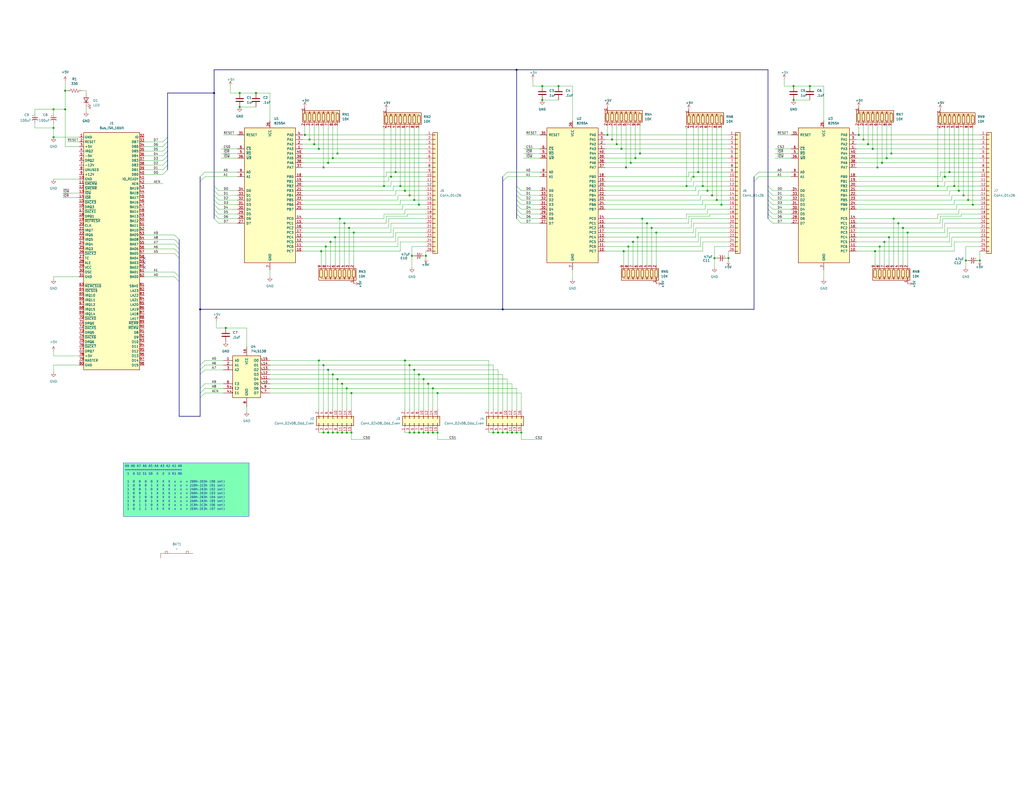
<source format=kicad_sch>
(kicad_sch (version 20231120) (generator "eeschema") (generator_version "8.0")
  (paper "C")
  (title_block (title "ISA 3x 8255 I/O Expander") (date "2024-03-03") (rev "REV0") (company "Steve Richardson"))
  (junction (at 168.91 76.2))
  (junction (at 139.7 50.8))
  (junction (at 189.23 236.22))
  (junction (at 295.91 54.61))
  (junction (at 223.52 236.22))
  (junction (at 281.94 38.1))
  (junction (at 381 93.98))
  (junction (at 350.52 119.38))
  (junction (at 355.6 124.46))
  (junction (at 490.22 121.92))
  (junction (at 520.7 101.6))
  (junction (at 383.54 101.6))
  (junction (at 223.52 106.68))
  (junction (at 274.32 168.91))
  (junction (at 228.6 204.47))
  (junction (at 228.6 236.22))
  (junction (at 284.48 236.22))
  (junction (at 468.63 73.66))
  (junction (at 189.23 212.09))
  (junction (at 179.07 201.93))
  (junction (at 29.21 74.93))
  (junction (at 433.07 46.99))
  (junction (at 181.61 204.47))
  (junction (at 193.04 127))
  (junction (at 480.06 134.62))
  (junction (at 29.21 59.69))
  (junction (at 109.22 168.91))
  (junction (at 397.51 140.97))
  (junction (at 184.15 83.82))
  (junction (at 224.79 139.7))
  (junction (at 130.81 58.42))
  (junction (at 276.86 236.22))
  (junction (at 228.6 111.76))
  (junction (at 530.86 111.76))
  (junction (at 378.46 96.52))
  (junction (at 525.78 106.68))
  (junction (at 175.26 137.16))
  (junction (at 171.45 78.74))
  (junction (at 511.81 101.6))
  (junction (at 391.16 109.22))
  (junction (at 181.61 236.22))
  (junction (at 331.47 73.66))
  (junction (at 344.17 88.9))
  (junction (at 123.19 179.07))
  (junction (at 477.52 137.16))
  (junction (at 176.53 236.22))
  (junction (at 173.99 196.85))
  (junction (at 304.8 46.99))
  (junction (at 295.91 46.99))
  (junction (at 515.62 96.52))
  (junction (at 349.25 83.82))
  (junction (at 191.77 236.22))
  (junction (at 180.34 132.08))
  (junction (at 334.01 76.2))
  (junction (at 177.8 134.62))
  (junction (at 226.06 109.22))
  (junction (at 274.32 236.22))
  (junction (at 176.53 91.44))
  (junction (at 179.07 236.22))
  (junction (at 386.08 104.14))
  (junction (at 353.06 121.92))
  (junction (at 271.78 236.22))
  (junction (at 215.9 93.98))
  (junction (at 336.55 78.74))
  (junction (at 35.56 59.69))
  (junction (at 341.63 91.44))
  (junction (at 226.06 236.22))
  (junction (at 220.98 196.85))
  (junction (at 358.14 127))
  (junction (at 393.7 111.76))
  (junction (at 209.55 101.6))
  (junction (at 492.76 124.46))
  (junction (at 483.87 86.36))
  (junction (at 220.98 104.14))
  (junction (at 223.52 199.39))
  (junction (at 485.14 129.54))
  (junction (at 226.06 201.93))
  (junction (at 534.67 142.24))
  (junction (at 35.56 49.53))
  (junction (at 184.15 207.01))
  (junction (at 388.62 106.68))
  (junction (at 389.89 140.97))
  (junction (at 527.05 142.24))
  (junction (at 29.21 69.85))
  (junction (at 190.5 124.46))
  (junction (at 433.07 54.61))
  (junction (at 186.69 236.22))
  (junction (at 130.81 50.8))
  (junction (at 185.42 119.38))
  (junction (at 213.36 96.52))
  (junction (at 486.41 83.82))
  (junction (at 236.22 212.09))
  (junction (at 233.68 236.22))
  (junction (at 347.98 129.54))
  (junction (at 184.15 236.22))
  (junction (at 187.96 121.92))
  (junction (at 236.22 236.22))
  (junction (at 487.68 119.38))
  (junction (at 528.32 109.22))
  (junction (at 233.68 209.55))
  (junction (at 232.41 139.7))
  (junction (at 279.4 236.22))
  (junction (at 166.37 73.66))
  (junction (at 218.44 101.6))
  (junction (at 481.33 88.9))
  (junction (at 441.96 46.99))
  (junction (at 186.69 209.55))
  (junction (at 495.3 127))
  (junction (at 181.61 86.36))
  (junction (at 342.9 134.62))
  (junction (at 478.79 91.44))
  (junction (at 339.09 81.28))
  (junction (at 523.24 104.14))
  (junction (at 476.25 81.28))
  (junction (at 374.65 101.6))
  (junction (at 518.16 93.98))
  (junction (at 473.71 78.74))
  (junction (at 340.36 137.16))
  (junction (at 482.6 132.08))
  (junction (at 173.99 81.28))
  (junction (at 176.53 199.39))
  (junction (at 231.14 207.01))
  (junction (at 238.76 236.22))
  (junction (at 345.44 132.08))
  (junction (at 116.84 50.8))
  (junction (at 269.24 236.22))
  (junction (at 281.94 236.22))
  (junction (at 231.14 236.22))
  (junction (at 182.88 129.54))
  (junction (at 238.76 214.63))
  (junction (at 346.71 86.36))
  (junction (at 179.07 88.9))
  (junction (at 471.17 76.2))
  (junction (at 191.77 214.63))
  (no_connect (at 78.74 140.97))
  (no_connect (at 78.74 143.51))
  (no_connect (at 78.74 146.05))
  (bus_entry (at 95.25 128.27) (size 2.54 2.54))
  (bus_entry (at 281.94 116.84) (size 2.54 2.54))
  (bus_entry (at 414.02 93.98) (size -2.54 2.54))
  (bus_entry (at 419.1 109.22) (size 2.54 2.54))
  (bus_entry (at 109.22 212.09) (size 2.54 -2.54))
  (bus_entry (at 111.76 93.98) (size -2.54 2.54))
  (bus_entry (at 276.86 96.52) (size -2.54 2.54))
  (bus_entry (at 116.84 114.3) (size 2.54 2.54))
  (bus_entry (at 419.1 101.6) (size 2.54 2.54))
  (bus_entry (at 88.9 95.25) (size 2.54 -2.54))
  (bus_entry (at 95.25 138.43) (size 2.54 2.54))
  (bus_entry (at 88.9 80.01) (size 2.54 -2.54))
  (bus_entry (at 419.1 104.14) (size 2.54 2.54))
  (bus_entry (at 95.25 130.81) (size 2.54 2.54))
  (bus_entry (at 116.84 106.68) (size 2.54 2.54))
  (bus_entry (at 281.94 104.14) (size 2.54 2.54))
  (bus_entry (at 109.22 199.39) (size 2.54 -2.54))
  (bus_entry (at 281.94 111.76) (size 2.54 2.54))
  (bus_entry (at 88.9 87.63) (size 2.54 -2.54))
  (bus_entry (at 109.22 201.93) (size 2.54 -2.54))
  (bus_entry (at 281.94 101.6) (size 2.54 2.54))
  (bus_entry (at 116.84 119.38) (size 2.54 2.54))
  (bus_entry (at 88.9 85.09) (size 2.54 -2.54))
  (bus_entry (at 116.84 111.76) (size 2.54 2.54))
  (bus_entry (at 109.22 214.63) (size 2.54 -2.54))
  (bus_entry (at 419.1 119.38) (size 2.54 2.54))
  (bus_entry (at 88.9 82.55) (size 2.54 -2.54))
  (bus_entry (at 281.94 119.38) (size 2.54 2.54))
  (bus_entry (at 414.02 96.52) (size -2.54 2.54))
  (bus_entry (at 419.1 116.84) (size 2.54 2.54))
  (bus_entry (at 111.76 96.52) (size -2.54 2.54))
  (bus_entry (at 88.9 77.47) (size 2.54 -2.54))
  (bus_entry (at 281.94 106.68) (size 2.54 2.54))
  (bus_entry (at 109.22 217.17) (size 2.54 -2.54))
  (bus_entry (at 109.22 204.47) (size 2.54 -2.54))
  (bus_entry (at 276.86 93.98) (size -2.54 2.54))
  (bus_entry (at 419.1 106.68) (size 2.54 2.54))
  (bus_entry (at 281.94 114.3) (size 2.54 2.54))
  (bus_entry (at 116.84 116.84) (size 2.54 2.54))
  (bus_entry (at 116.84 101.6) (size 2.54 2.54))
  (bus_entry (at 88.9 90.17) (size 2.54 -2.54))
  (bus_entry (at 116.84 109.22) (size 2.54 2.54))
  (bus_entry (at 95.25 151.13) (size 2.54 2.54))
  (bus_entry (at 95.25 148.59) (size 2.54 2.54))
  (bus_entry (at 88.9 92.71) (size 2.54 -2.54))
  (bus_entry (at 419.1 114.3) (size 2.54 2.54))
  (bus_entry (at 419.1 111.76) (size 2.54 2.54))
  (bus_entry (at 95.25 135.89) (size 2.54 2.54))
  (bus_entry (at 116.84 104.14) (size 2.54 2.54))
  (bus_entry (at 95.25 133.35) (size 2.54 2.54))
  (bus_entry (at 281.94 109.22) (size 2.54 2.54))
  (wire (pts (xy 176.53 199.39) (xy 147.32 199.39)))
  (wire (pts (xy 387.35 116.84) (xy 397.51 116.84)))
  (wire (pts (xy 213.36 69.85) (xy 213.36 96.52)))
  (wire (pts (xy 276.86 96.52) (xy 294.64 96.52)))
  (wire (pts (xy 274.32 204.47) (xy 228.6 204.47)))
  (wire (pts (xy 173.99 81.28) (xy 232.41 81.28)))
  (wire (pts (xy 358.14 127) (xy 358.14 144.78)))
  (wire (pts (xy 389.89 140.97) (xy 391.16 140.97)))
  (wire (pts (xy 467.36 101.6) (xy 511.81 101.6)))
  (bus (pts (xy 97.79 133.35) (xy 97.79 135.89)))
  (wire (pts (xy 353.06 121.92) (xy 375.92 121.92)))
  (wire (pts (xy 397.51 101.6) (xy 383.54 101.6)))
  (wire (pts (xy 534.67 124.46) (xy 516.89 124.46)))
  (wire (pts (xy 177.8 134.62) (xy 165.1 134.62)))
  (wire (pts (xy 524.51 118.11) (xy 524.51 116.84)))
  (bus (pts (xy 109.22 168.91) (xy 109.22 199.39)))
  (wire (pts (xy 480.06 134.62) (xy 467.36 134.62)))
  (wire (pts (xy 523.24 69.85) (xy 523.24 104.14)))
  (wire (pts (xy 226.06 236.22) (xy 228.6 236.22)))
  (wire (pts (xy 173.99 196.85) (xy 147.32 196.85)))
  (wire (pts (xy 520.7 101.6) (xy 516.89 101.6)))
  (wire (pts (xy 232.41 119.38) (xy 212.09 119.38)))
  (wire (pts (xy 209.55 69.85) (xy 209.55 101.6)))
  (wire (pts (xy 231.14 139.7) (xy 232.41 139.7)))
  (wire (pts (xy 213.36 99.06) (xy 232.41 99.06)))
  (wire (pts (xy 393.7 111.76) (xy 397.51 111.76)))
  (wire (pts (xy 467.36 109.22) (xy 519.43 109.22)))
  (wire (pts (xy 285.75 83.82) (xy 294.64 83.82)))
  (wire (pts (xy 382.27 134.62) (xy 342.9 134.62)))
  (wire (pts (xy 165.1 124.46) (xy 190.5 124.46)))
  (wire (pts (xy 388.62 106.68) (xy 397.51 106.68)))
  (bus (pts (xy 91.44 90.17) (xy 91.44 87.63)))
  (wire (pts (xy 349.25 83.82) (xy 397.51 83.82)))
  (wire (pts (xy 232.41 139.7) (xy 232.41 140.97)))
  (wire (pts (xy 518.16 69.85) (xy 518.16 93.98)))
  (wire (pts (xy 487.68 119.38) (xy 487.68 144.78)))
  (bus (pts (xy 281.94 101.6) (xy 281.94 104.14)))
  (wire (pts (xy 330.2 124.46) (xy 355.6 124.46)))
  (wire (pts (xy 518.16 104.14) (xy 523.24 104.14)))
  (wire (pts (xy 166.37 73.66) (xy 232.41 73.66)))
  (wire (pts (xy 220.98 236.22) (xy 223.52 236.22)))
  (wire (pts (xy 165.1 132.08) (xy 180.34 132.08)))
  (wire (pts (xy 330.2 101.6) (xy 374.65 101.6)))
  (wire (pts (xy 171.45 68.58) (xy 171.45 78.74)))
  (wire (pts (xy 176.53 91.44) (xy 232.41 91.44)))
  (bus (pts (xy 116.84 101.6) (xy 116.84 104.14)))
  (wire (pts (xy 353.06 121.92) (xy 353.06 144.78)))
  (wire (pts (xy 19.05 62.23) (xy 19.05 59.69)))
  (wire (pts (xy 189.23 212.09) (xy 147.32 212.09)))
  (wire (pts (xy 381 106.68) (xy 381 104.14)))
  (wire (pts (xy 191.77 240.03) (xy 201.93 240.03)))
  (wire (pts (xy 520.7 137.16) (xy 520.7 132.08)))
  (wire (pts (xy 377.19 96.52) (xy 378.46 96.52)))
  (wire (pts (xy 534.67 101.6) (xy 520.7 101.6)))
  (bus (pts (xy 97.79 138.43) (xy 97.79 140.97)))
  (bus (pts (xy 411.48 96.52) (xy 411.48 99.06)))
  (wire (pts (xy 266.7 196.85) (xy 220.98 196.85)))
  (wire (pts (xy 312.42 46.99) (xy 312.42 66.04)))
  (wire (pts (xy 232.41 101.6) (xy 218.44 101.6)))
  (wire (pts (xy 233.68 223.52) (xy 233.68 209.55)))
  (wire (pts (xy 513.08 96.52) (xy 467.36 96.52)))
  (wire (pts (xy 218.44 109.22) (xy 226.06 109.22)))
  (wire (pts (xy 46.99 49.53) (xy 46.99 50.8)))
  (wire (pts (xy 226.06 109.22) (xy 232.41 109.22)))
  (wire (pts (xy 184.15 68.58) (xy 184.15 83.82)))
  (bus (pts (xy 116.84 38.1) (xy 281.94 38.1)))
  (wire (pts (xy 347.98 129.54) (xy 347.98 144.78)))
  (wire (pts (xy 534.67 93.98) (xy 518.16 93.98)))
  (wire (pts (xy 35.56 80.01) (xy 35.56 59.69)))
  (wire (pts (xy 350.52 119.38) (xy 350.52 144.78)))
  (wire (pts (xy 341.63 91.44) (xy 397.51 91.44)))
  (wire (pts (xy 467.36 91.44) (xy 478.79 91.44)))
  (wire (pts (xy 516.89 124.46) (xy 516.89 129.54)))
  (wire (pts (xy 330.2 132.08) (xy 345.44 132.08)))
  (wire (pts (xy 340.36 137.16) (xy 340.36 144.78)))
  (bus (pts (xy 109.22 217.17) (xy 109.22 227.33)))
  (bus (pts (xy 116.84 109.22) (xy 116.84 111.76)))
  (wire (pts (xy 184.15 236.22) (xy 186.69 236.22)))
  (wire (pts (xy 533.4 142.24) (xy 534.67 142.24)))
  (wire (pts (xy 214.63 104.14) (xy 165.1 104.14)))
  (wire (pts (xy 186.69 209.55) (xy 147.32 209.55)))
  (wire (pts (xy 111.76 199.39) (xy 121.92 199.39)))
  (wire (pts (xy 222.25 118.11) (xy 222.25 116.84)))
  (wire (pts (xy 340.36 137.16) (xy 383.54 137.16)))
  (wire (pts (xy 226.06 223.52) (xy 226.06 201.93)))
  (wire (pts (xy 383.54 69.85) (xy 383.54 101.6)))
  (wire (pts (xy 220.98 104.14) (xy 232.41 104.14)))
  (bus (pts (xy 109.22 201.93) (xy 109.22 199.39)))
  (wire (pts (xy 515.62 101.6) (xy 515.62 99.06)))
  (wire (pts (xy 238.76 236.22) (xy 238.76 240.03)))
  (wire (pts (xy 386.08 69.85) (xy 386.08 104.14)))
  (wire (pts (xy 266.7 236.22) (xy 269.24 236.22)))
  (wire (pts (xy 383.54 109.22) (xy 391.16 109.22)))
  (wire (pts (xy 238.76 223.52) (xy 238.76 214.63)))
  (wire (pts (xy 223.52 223.52) (xy 223.52 199.39)))
  (wire (pts (xy 271.78 223.52) (xy 271.78 201.93)))
  (wire (pts (xy 88.9 95.25) (xy 78.74 95.25)))
  (wire (pts (xy 467.36 119.38) (xy 487.68 119.38)))
  (wire (pts (xy 35.56 44.45) (xy 35.56 49.53)))
  (wire (pts (xy 397.51 93.98) (xy 381 93.98)))
  (wire (pts (xy 421.64 104.14) (xy 431.8 104.14)))
  (wire (pts (xy 213.36 127) (xy 213.36 121.92)))
  (wire (pts (xy 375.92 93.98) (xy 375.92 96.52)))
  (wire (pts (xy 181.61 236.22) (xy 184.15 236.22)))
  (wire (pts (xy 130.81 58.42) (xy 139.7 58.42)))
  (bus (pts (xy 91.44 80.01) (xy 91.44 77.47)))
  (wire (pts (xy 181.61 86.36) (xy 232.41 86.36)))
  (wire (pts (xy 179.07 223.52) (xy 179.07 201.93)))
  (wire (pts (xy 34.29 105.41) (xy 43.18 105.41)))
  (wire (pts (xy 520.7 109.22) (xy 528.32 109.22)))
  (wire (pts (xy 29.21 67.31) (xy 29.21 69.85)))
  (bus (pts (xy 281.94 111.76) (xy 281.94 114.3)))
  (wire (pts (xy 467.36 124.46) (xy 492.76 124.46)))
  (wire (pts (xy 284.48 121.92) (xy 294.64 121.92)))
  (wire (pts (xy 210.82 69.85) (xy 209.55 69.85)))
  (wire (pts (xy 165.1 127) (xy 193.04 127)))
  (wire (pts (xy 118.11 179.07) (xy 123.19 179.07)))
  (wire (pts (xy 284.48 114.3) (xy 294.64 114.3)))
  (bus (pts (xy 109.22 204.47) (xy 109.22 201.93)))
  (wire (pts (xy 312.42 147.32) (xy 312.42 152.4)))
  (wire (pts (xy 232.41 114.3) (xy 220.98 114.3)))
  (wire (pts (xy 215.9 106.68) (xy 215.9 104.14)))
  (wire (pts (xy 379.73 101.6) (xy 379.73 104.14)))
  (wire (pts (xy 284.48 106.68) (xy 294.64 106.68)))
  (wire (pts (xy 482.6 132.08) (xy 518.16 132.08)))
  (wire (pts (xy 222.25 116.84) (xy 232.41 116.84)))
  (wire (pts (xy 422.91 81.28) (xy 431.8 81.28)))
  (wire (pts (xy 414.02 96.52) (xy 431.8 96.52)))
  (bus (pts (xy 274.32 168.91) (xy 109.22 168.91)))
  (wire (pts (xy 279.4 209.55) (xy 233.68 209.55)))
  (wire (pts (xy 181.61 223.52) (xy 181.61 204.47)))
  (wire (pts (xy 387.35 118.11) (xy 387.35 116.84)))
  (wire (pts (xy 467.36 114.3) (xy 521.97 114.3)))
  (bus (pts (xy 419.1 111.76) (xy 419.1 114.3)))
  (wire (pts (xy 331.47 73.66) (xy 397.51 73.66)))
  (wire (pts (xy 467.36 86.36) (xy 483.87 86.36)))
  (wire (pts (xy 78.74 128.27) (xy 95.25 128.27)))
  (wire (pts (xy 147.32 147.32) (xy 147.32 151.13)))
  (bus (pts (xy 281.94 106.68) (xy 281.94 109.22)))
  (wire (pts (xy 111.76 196.85) (xy 121.92 196.85)))
  (wire (pts (xy 171.45 78.74) (xy 232.41 78.74)))
  (wire (pts (xy 166.37 68.58) (xy 166.37 73.66)))
  (wire (pts (xy 349.25 68.58) (xy 349.25 83.82)))
  (wire (pts (xy 467.36 88.9) (xy 481.33 88.9)))
  (wire (pts (xy 433.07 54.61) (xy 441.96 54.61)))
  (bus (pts (xy 419.1 114.3) (xy 419.1 116.84)))
  (wire (pts (xy 130.81 50.8) (xy 139.7 50.8)))
  (wire (pts (xy 165.1 106.68) (xy 215.9 106.68)))
  (wire (pts (xy 119.38 109.22) (xy 129.54 109.22)))
  (wire (pts (xy 78.74 151.13) (xy 95.25 151.13)))
  (wire (pts (xy 525.78 106.68) (xy 534.67 106.68)))
  (wire (pts (xy 467.36 132.08) (xy 482.6 132.08)))
  (wire (pts (xy 191.77 214.63) (xy 147.32 214.63)))
  (wire (pts (xy 344.17 88.9) (xy 397.51 88.9)))
  (wire (pts (xy 88.9 90.17) (xy 78.74 90.17)))
  (wire (pts (xy 193.04 127) (xy 213.36 127)))
  (wire (pts (xy 218.44 101.6) (xy 214.63 101.6)))
  (wire (pts (xy 527.05 134.62) (xy 527.05 142.24)))
  (wire (pts (xy 386.08 116.84) (xy 374.65 116.84)))
  (wire (pts (xy 165.1 111.76) (xy 218.44 111.76)))
  (wire (pts (xy 290.83 46.99) (xy 295.91 46.99)))
  (wire (pts (xy 232.41 124.46) (xy 214.63 124.46)))
  (wire (pts (xy 520.7 69.85) (xy 520.7 101.6)))
  (wire (pts (xy 88.9 85.09) (xy 78.74 85.09)))
  (wire (pts (xy 46.99 58.42) (xy 46.99 60.96)))
  (wire (pts (xy 212.09 96.52) (xy 213.36 96.52)))
  (wire (pts (xy 515.62 69.85) (xy 515.62 96.52)))
  (wire (pts (xy 220.98 69.85) (xy 220.98 104.14)))
  (wire (pts (xy 284.48 214.63) (xy 238.76 214.63)))
  (wire (pts (xy 513.08 121.92) (xy 513.08 118.11)))
  (wire (pts (xy 397.51 129.54) (xy 382.27 129.54)))
  (wire (pts (xy 119.38 119.38) (xy 129.54 119.38)))
  (wire (pts (xy 421.64 114.3) (xy 431.8 114.3)))
  (wire (pts (xy 381 127) (xy 397.51 127)))
  (wire (pts (xy 384.81 111.76) (xy 393.7 111.76)))
  (wire (pts (xy 190.5 124.46) (xy 212.09 124.46)))
  (wire (pts (xy 184.15 207.01) (xy 147.32 207.01)))
  (wire (pts (xy 168.91 68.58) (xy 168.91 76.2)))
  (bus (pts (xy 116.84 104.14) (xy 116.84 106.68)))
  (wire (pts (xy 386.08 114.3) (xy 386.08 116.84)))
  (wire (pts (xy 467.36 81.28) (xy 476.25 81.28)))
  (wire (pts (xy 514.35 99.06) (xy 514.35 96.52)))
  (bus (pts (xy 97.79 153.67) (xy 97.79 227.33)))
  (wire (pts (xy 481.33 88.9) (xy 534.67 88.9)))
  (wire (pts (xy 43.18 80.01) (xy 35.56 80.01)))
  (wire (pts (xy 224.79 139.7) (xy 226.06 139.7)))
  (wire (pts (xy 515.62 127) (xy 515.62 121.92)))
  (wire (pts (xy 173.99 223.52) (xy 173.99 196.85)))
  (wire (pts (xy 467.36 137.16) (xy 477.52 137.16)))
  (wire (pts (xy 382.27 129.54) (xy 382.27 134.62)))
  (wire (pts (xy 88.9 77.47) (xy 78.74 77.47)))
  (wire (pts (xy 165.1 88.9) (xy 179.07 88.9)))
  (wire (pts (xy 330.2 86.36) (xy 346.71 86.36)))
  (wire (pts (xy 521.97 111.76) (xy 530.86 111.76)))
  (wire (pts (xy 29.21 151.13) (xy 29.21 152.4)))
  (wire (pts (xy 218.44 132.08) (xy 232.41 132.08)))
  (wire (pts (xy 518.16 93.98) (xy 513.08 93.98)))
  (wire (pts (xy 377.19 99.06) (xy 377.19 96.52)))
  (wire (pts (xy 379.73 124.46) (xy 379.73 129.54)))
  (bus (pts (xy 274.32 99.06) (xy 274.32 168.91)))
  (wire (pts (xy 519.43 106.68) (xy 525.78 106.68)))
  (wire (pts (xy 29.21 69.85) (xy 29.21 74.93)))
  (wire (pts (xy 125.73 46.99) (xy 125.73 50.8)))
  (wire (pts (xy 165.1 119.38) (xy 185.42 119.38)))
  (bus (pts (xy 116.84 116.84) (xy 116.84 119.38)))
  (wire (pts (xy 269.24 236.22) (xy 271.78 236.22)))
  (bus (pts (xy 281.94 114.3) (xy 281.94 116.84)))
  (wire (pts (xy 384.81 114.3) (xy 384.81 111.76)))
  (bus (pts (xy 91.44 74.93) (xy 91.44 50.8)))
  (bus (pts (xy 116.84 38.1) (xy 116.84 50.8)))
  (wire (pts (xy 224.79 139.7) (xy 224.79 146.05)))
  (wire (pts (xy 473.71 68.58) (xy 473.71 78.74)))
  (wire (pts (xy 266.7 223.52) (xy 266.7 196.85)))
  (wire (pts (xy 527.05 142.24) (xy 528.32 142.24)))
  (bus (pts (xy 97.79 135.89) (xy 97.79 138.43)))
  (wire (pts (xy 43.18 151.13) (xy 29.21 151.13)))
  (wire (pts (xy 433.07 46.99) (xy 441.96 46.99)))
  (bus (pts (xy 97.79 227.33) (xy 109.22 227.33)))
  (wire (pts (xy 279.4 236.22) (xy 281.94 236.22)))
  (wire (pts (xy 520.7 111.76) (xy 520.7 109.22)))
  (wire (pts (xy 339.09 81.28) (xy 397.51 81.28)))
  (wire (pts (xy 530.86 111.76) (xy 534.67 111.76)))
  (wire (pts (xy 381 69.85) (xy 381 93.98)))
  (wire (pts (xy 530.86 69.85) (xy 530.86 111.76)))
  (wire (pts (xy 44.45 49.53) (xy 46.99 49.53)))
  (wire (pts (xy 43.18 194.31) (xy 29.21 194.31)))
  (wire (pts (xy 519.43 129.54) (xy 519.43 134.62)))
  (wire (pts (xy 330.2 127) (xy 358.14 127)))
  (wire (pts (xy 177.8 134.62) (xy 177.8 144.78)))
  (wire (pts (xy 336.55 68.58) (xy 336.55 78.74)))
  (wire (pts (xy 191.77 236.22) (xy 191.77 240.03)))
  (bus (pts (xy 91.44 77.47) (xy 91.44 74.93)))
  (wire (pts (xy 342.9 134.62) (xy 330.2 134.62)))
  (wire (pts (xy 330.2 83.82) (xy 349.25 83.82)))
  (wire (pts (xy 120.65 86.36) (xy 129.54 86.36)))
  (wire (pts (xy 281.94 212.09) (xy 236.22 212.09)))
  (wire (pts (xy 88.9 92.71) (xy 78.74 92.71)))
  (wire (pts (xy 276.86 236.22) (xy 279.4 236.22)))
  (wire (pts (xy 378.46 101.6) (xy 378.46 99.06)))
  (wire (pts (xy 449.58 147.32) (xy 449.58 152.4)))
  (wire (pts (xy 182.88 129.54) (xy 182.88 144.78)))
  (bus (pts (xy 109.22 99.06) (xy 109.22 168.91)))
  (bus (pts (xy 109.22 217.17) (xy 109.22 214.63)))
  (wire (pts (xy 383.54 132.08) (xy 397.51 132.08)))
  (bus (pts (xy 281.94 104.14) (xy 281.94 106.68)))
  (wire (pts (xy 330.2 121.92) (xy 353.06 121.92)))
  (wire (pts (xy 520.7 132.08) (xy 534.67 132.08)))
  (wire (pts (xy 511.81 69.85) (xy 511.81 101.6)))
  (wire (pts (xy 220.98 114.3) (xy 220.98 116.84)))
  (bus (pts (xy 274.32 168.91) (xy 411.48 168.91)))
  (wire (pts (xy 285.75 81.28) (xy 294.64 81.28)))
  (wire (pts (xy 217.17 109.22) (xy 217.17 106.68)))
  (wire (pts (xy 165.1 81.28) (xy 173.99 81.28)))
  (wire (pts (xy 35.56 49.53) (xy 36.83 49.53)))
  (wire (pts (xy 125.73 50.8) (xy 130.81 50.8)))
  (wire (pts (xy 213.36 96.52) (xy 232.41 96.52)))
  (wire (pts (xy 281.94 236.22) (xy 284.48 236.22)))
  (wire (pts (xy 523.24 104.14) (xy 534.67 104.14)))
  (wire (pts (xy 397.51 140.97) (xy 397.51 142.24)))
  (wire (pts (xy 218.44 137.16) (xy 218.44 132.08)))
  (wire (pts (xy 485.14 129.54) (xy 467.36 129.54)))
  (bus (pts (xy 97.79 140.97) (xy 97.79 151.13)))
  (wire (pts (xy 78.74 100.33) (xy 88.9 100.33)))
  (wire (pts (xy 374.65 69.85) (xy 374.65 101.6)))
  (wire (pts (xy 43.18 199.39) (xy 29.21 199.39)))
  (wire (pts (xy 215.9 93.98) (xy 210.82 93.98)))
  (wire (pts (xy 391.16 69.85) (xy 391.16 109.22)))
  (wire (pts (xy 481.33 68.58) (xy 481.33 88.9)))
  (wire (pts (xy 467.36 76.2) (xy 471.17 76.2)))
  (wire (pts (xy 226.06 69.85) (xy 226.06 109.22)))
  (wire (pts (xy 134.62 179.07) (xy 123.19 179.07)))
  (wire (pts (xy 393.7 69.85) (xy 393.7 111.76)))
  (wire (pts (xy 355.6 124.46) (xy 355.6 144.78)))
  (bus (pts (xy 281.94 38.1) (xy 419.1 38.1)))
  (wire (pts (xy 78.74 138.43) (xy 95.25 138.43)))
  (wire (pts (xy 219.71 111.76) (xy 228.6 111.76)))
  (wire (pts (xy 185.42 119.38) (xy 209.55 119.38)))
  (wire (pts (xy 217.17 134.62) (xy 177.8 134.62)))
  (wire (pts (xy 165.1 121.92) (xy 187.96 121.92)))
  (wire (pts (xy 336.55 78.74) (xy 397.51 78.74)))
  (wire (pts (xy 330.2 76.2) (xy 334.01 76.2)))
  (wire (pts (xy 165.1 86.36) (xy 181.61 86.36)))
  (wire (pts (xy 78.74 133.35) (xy 95.25 133.35)))
  (wire (pts (xy 29.21 74.93) (xy 43.18 74.93)))
  (wire (pts (xy 284.48 104.14) (xy 294.64 104.14)))
  (wire (pts (xy 179.07 236.22) (xy 181.61 236.22)))
  (wire (pts (xy 285.75 86.36) (xy 294.64 86.36)))
  (wire (pts (xy 185.42 119.38) (xy 185.42 144.78)))
  (wire (pts (xy 35.56 49.53) (xy 35.56 59.69)))
  (wire (pts (xy 214.63 129.54) (xy 182.88 129.54)))
  (wire (pts (xy 377.19 119.38) (xy 377.19 124.46)))
  (wire (pts (xy 180.34 132.08) (xy 180.34 144.78)))
  (wire (pts (xy 215.9 127) (xy 232.41 127)))
  (wire (pts (xy 232.41 137.16) (xy 232.41 139.7)))
  (wire (pts (xy 330.2 114.3) (xy 384.81 114.3)))
  (wire (pts (xy 330.2 88.9) (xy 344.17 88.9)))
  (bus (pts (xy 116.84 111.76) (xy 116.84 114.3)))
  (wire (pts (xy 215.9 132.08) (xy 215.9 127)))
  (wire (pts (xy 486.41 83.82) (xy 534.67 83.82)))
  (bus (pts (xy 91.44 82.55) (xy 91.44 80.01)))
  (wire (pts (xy 233.68 209.55) (xy 186.69 209.55)))
  (wire (pts (xy 228.6 236.22) (xy 231.14 236.22)))
  (wire (pts (xy 228.6 204.47) (xy 181.61 204.47)))
  (wire (pts (xy 396.24 140.97) (xy 397.51 140.97)))
  (wire (pts (xy 355.6 124.46) (xy 377.19 124.46)))
  (wire (pts (xy 341.63 68.58) (xy 341.63 91.44)))
  (wire (pts (xy 186.69 223.52) (xy 186.69 209.55)))
  (wire (pts (xy 388.62 69.85) (xy 388.62 106.68)))
  (wire (pts (xy 374.65 116.84) (xy 374.65 119.38)))
  (wire (pts (xy 186.69 236.22) (xy 189.23 236.22)))
  (wire (pts (xy 274.32 223.52) (xy 274.32 204.47)))
  (wire (pts (xy 516.89 101.6) (xy 516.89 104.14)))
  (wire (pts (xy 111.76 96.52) (xy 129.54 96.52)))
  (wire (pts (xy 220.98 116.84) (xy 209.55 116.84)))
  (wire (pts (xy 486.41 68.58) (xy 486.41 83.82)))
  (wire (pts (xy 184.15 83.82) (xy 232.41 83.82)))
  (bus (pts (xy 281.94 116.84) (xy 281.94 119.38)))
  (wire (pts (xy 176.53 223.52) (xy 176.53 199.39)))
  (wire (pts (xy 231.14 223.52) (xy 231.14 207.01)))
  (wire (pts (xy 284.48 236.22) (xy 284.48 240.03)))
  (wire (pts (xy 223.52 106.68) (xy 232.41 106.68)))
  (wire (pts (xy 210.82 121.92) (xy 210.82 118.11)))
  (wire (pts (xy 482.6 132.08) (xy 482.6 144.78)))
  (wire (pts (xy 220.98 223.52) (xy 220.98 196.85)))
  (wire (pts (xy 513.08 118.11) (xy 524.51 118.11)))
  (wire (pts (xy 184.15 223.52) (xy 184.15 207.01)))
  (wire (pts (xy 111.76 209.55) (xy 121.92 209.55)))
  (wire (pts (xy 521.97 114.3) (xy 521.97 111.76)))
  (wire (pts (xy 228.6 223.52) (xy 228.6 204.47)))
  (wire (pts (xy 382.27 109.22) (xy 382.27 106.68)))
  (wire (pts (xy 513.08 93.98) (xy 513.08 96.52)))
  (wire (pts (xy 422.91 83.82) (xy 431.8 83.82)))
  (wire (pts (xy 523.24 114.3) (xy 523.24 116.84)))
  (wire (pts (xy 29.21 194.31) (xy 29.21 191.77)))
  (wire (pts (xy 478.79 68.58) (xy 478.79 91.44)))
  (wire (pts (xy 511.81 101.6) (xy 515.62 101.6)))
  (wire (pts (xy 422.91 86.36) (xy 431.8 86.36)))
  (wire (pts (xy 284.48 116.84) (xy 294.64 116.84)))
  (wire (pts (xy 427.99 43.18) (xy 427.99 46.99)))
  (wire (pts (xy 213.36 101.6) (xy 213.36 99.06)))
  (wire (pts (xy 295.91 54.61) (xy 304.8 54.61)))
  (wire (pts (xy 518.16 132.08) (xy 518.16 127)))
  (bus (pts (xy 419.1 116.84) (xy 419.1 119.38)))
  (wire (pts (xy 330.2 99.06) (xy 377.19 99.06)))
  (wire (pts (xy 210.82 93.98) (xy 210.82 96.52)))
  (wire (pts (xy 209.55 101.6) (xy 213.36 101.6)))
  (wire (pts (xy 424.18 73.66) (xy 431.8 73.66)))
  (wire (pts (xy 468.63 73.66) (xy 534.67 73.66)))
  (wire (pts (xy 232.41 134.62) (xy 224.79 134.62)))
  (wire (pts (xy 467.36 127) (xy 495.3 127)))
  (wire (pts (xy 191.77 223.52) (xy 191.77 214.63)))
  (wire (pts (xy 284.48 109.22) (xy 294.64 109.22)))
  (bus (pts (xy 116.84 106.68) (xy 116.84 109.22)))
  (wire (pts (xy 284.48 119.38) (xy 294.64 119.38)))
  (wire (pts (xy 29.21 59.69) (xy 35.56 59.69)))
  (wire (pts (xy 525.78 69.85) (xy 525.78 106.68)))
  (wire (pts (xy 347.98 129.54) (xy 330.2 129.54)))
  (wire (pts (xy 330.2 137.16) (xy 340.36 137.16)))
  (wire (pts (xy 397.51 114.3) (xy 386.08 114.3)))
  (wire (pts (xy 231.14 236.22) (xy 233.68 236.22)))
  (wire (pts (xy 231.14 207.01) (xy 184.15 207.01)))
  (wire (pts (xy 330.2 119.38) (xy 350.52 119.38)))
  (wire (pts (xy 467.36 121.92) (xy 490.22 121.92)))
  (wire (pts (xy 165.1 101.6) (xy 209.55 101.6)))
  (wire (pts (xy 516.89 129.54) (xy 485.14 129.54)))
  (wire (pts (xy 330.2 109.22) (xy 382.27 109.22)))
  (wire (pts (xy 165.1 91.44) (xy 176.53 91.44)))
  (wire (pts (xy 269.24 223.52) (xy 269.24 199.39)))
  (wire (pts (xy 120.65 83.82) (xy 129.54 83.82)))
  (wire (pts (xy 330.2 81.28) (xy 339.09 81.28)))
  (wire (pts (xy 514.35 96.52) (xy 515.62 96.52)))
  (wire (pts (xy 519.43 134.62) (xy 480.06 134.62)))
  (wire (pts (xy 215.9 69.85) (xy 215.9 93.98)))
  (wire (pts (xy 346.71 68.58) (xy 346.71 86.36)))
  (bus (pts (xy 97.79 151.13) (xy 97.79 153.67)))
  (wire (pts (xy 331.47 68.58) (xy 331.47 73.66)))
  (wire (pts (xy 284.48 111.76) (xy 294.64 111.76)))
  (wire (pts (xy 495.3 127) (xy 495.3 144.78)))
  (wire (pts (xy 214.63 124.46) (xy 214.63 129.54)))
  (wire (pts (xy 215.9 104.14) (xy 220.98 104.14)))
  (wire (pts (xy 389.89 140.97) (xy 389.89 146.05)))
  (wire (pts (xy 210.82 96.52) (xy 165.1 96.52)))
  (wire (pts (xy 342.9 134.62) (xy 342.9 144.78)))
  (wire (pts (xy 187.96 121.92) (xy 210.82 121.92)))
  (wire (pts (xy 334.01 68.58) (xy 334.01 76.2)))
  (wire (pts (xy 374.65 101.6) (xy 378.46 101.6)))
  (wire (pts (xy 471.17 76.2) (xy 534.67 76.2)))
  (wire (pts (xy 524.51 116.84) (xy 534.67 116.84)))
  (wire (pts (xy 228.6 69.85) (xy 228.6 111.76)))
  (wire (pts (xy 381 93.98) (xy 375.92 93.98)))
  (wire (pts (xy 383.54 101.6) (xy 379.73 101.6)))
  (wire (pts (xy 449.58 46.99) (xy 449.58 66.04)))
  (wire (pts (xy 473.71 78.74) (xy 534.67 78.74)))
  (wire (pts (xy 168.91 76.2) (xy 232.41 76.2)))
  (wire (pts (xy 119.38 111.76) (xy 129.54 111.76)))
  (wire (pts (xy 187.96 121.92) (xy 187.96 144.78)))
  (wire (pts (xy 330.2 78.74) (xy 336.55 78.74)))
  (wire (pts (xy 515.62 99.06) (xy 534.67 99.06)))
  (wire (pts (xy 345.44 132.08) (xy 345.44 144.78)))
  (wire (pts (xy 233.68 236.22) (xy 236.22 236.22)))
  (wire (pts (xy 534.67 134.62) (xy 527.05 134.62)))
  (wire (pts (xy 179.07 68.58) (xy 179.07 88.9)))
  (wire (pts (xy 111.76 93.98) (xy 129.54 93.98)))
  (wire (pts (xy 358.14 127) (xy 378.46 127)))
  (wire (pts (xy 189.23 212.09) (xy 189.23 223.52)))
  (wire (pts (xy 223.52 69.85) (xy 223.52 106.68)))
  (wire (pts (xy 193.04 127) (xy 193.04 144.78)))
  (wire (pts (xy 214.63 101.6) (xy 214.63 104.14)))
  (wire (pts (xy 276.86 207.01) (xy 231.14 207.01)))
  (wire (pts (xy 467.36 73.66) (xy 468.63 73.66)))
  (wire (pts (xy 212.09 119.38) (xy 212.09 124.46)))
  (wire (pts (xy 134.62 222.25) (xy 134.62 224.79)))
  (wire (pts (xy 528.32 69.85) (xy 528.32 109.22)))
  (wire (pts (xy 534.67 137.16) (xy 534.67 142.24)))
  (wire (pts (xy 518.16 106.68) (xy 518.16 104.14)))
  (wire (pts (xy 386.08 104.14) (xy 397.51 104.14)))
  (wire (pts (xy 88.9 82.55) (xy 78.74 82.55)))
  (wire (pts (xy 492.76 124.46) (xy 514.35 124.46)))
  (wire (pts (xy 228.6 111.76) (xy 232.41 111.76)))
  (wire (pts (xy 271.78 236.22) (xy 274.32 236.22)))
  (wire (pts (xy 477.52 137.16) (xy 477.52 144.78)))
  (wire (pts (xy 217.17 129.54) (xy 217.17 134.62)))
  (wire (pts (xy 381 104.14) (xy 386.08 104.14)))
  (wire (pts (xy 226.06 201.93) (xy 179.07 201.93)))
  (wire (pts (xy 490.22 121.92) (xy 513.08 121.92)))
  (wire (pts (xy 276.86 223.52) (xy 276.86 207.01)))
  (wire (pts (xy 534.67 114.3) (xy 523.24 114.3)))
  (wire (pts (xy 223.52 236.22) (xy 226.06 236.22)))
  (wire (pts (xy 523.24 116.84) (xy 511.81 116.84)))
  (wire (pts (xy 515.62 121.92) (xy 534.67 121.92)))
  (bus (pts (xy 411.48 168.91) (xy 411.48 99.06)))
  (wire (pts (xy 78.74 130.81) (xy 95.25 130.81)))
  (wire (pts (xy 223.52 199.39) (xy 176.53 199.39)))
  (wire (pts (xy 212.09 99.06) (xy 212.09 96.52)))
  (bus (pts (xy 419.1 101.6) (xy 419.1 104.14)))
  (wire (pts (xy 421.64 109.22) (xy 431.8 109.22)))
  (wire (pts (xy 236.22 236.22) (xy 238.76 236.22)))
  (wire (pts (xy 375.92 96.52) (xy 330.2 96.52)))
  (wire (pts (xy 467.36 106.68) (xy 518.16 106.68)))
  (bus (pts (xy 91.44 87.63) (xy 91.44 85.09)))
  (wire (pts (xy 19.05 69.85) (xy 29.21 69.85)))
  (wire (pts (xy 378.46 96.52) (xy 397.51 96.52)))
  (wire (pts (xy 119.38 121.92) (xy 129.54 121.92)))
  (wire (pts (xy 378.46 121.92) (xy 397.51 121.92)))
  (wire (pts (xy 391.16 109.22) (xy 397.51 109.22)))
  (wire (pts (xy 218.44 69.85) (xy 218.44 101.6)))
  (wire (pts (xy 119.38 106.68) (xy 129.54 106.68)))
  (wire (pts (xy 189.23 236.22) (xy 191.77 236.22)))
  (wire (pts (xy 78.74 148.59) (xy 95.25 148.59)))
  (bus (pts (xy 91.44 92.71) (xy 91.44 90.17)))
  (wire (pts (xy 381 132.08) (xy 381 127)))
  (wire (pts (xy 379.73 129.54) (xy 347.98 129.54)))
  (wire (pts (xy 389.89 134.62) (xy 389.89 140.97)))
  (wire (pts (xy 175.26 137.16) (xy 218.44 137.16)))
  (wire (pts (xy 111.76 214.63) (xy 121.92 214.63)))
  (wire (pts (xy 88.9 87.63) (xy 78.74 87.63)))
  (wire (pts (xy 181.61 68.58) (xy 181.61 86.36)))
  (wire (pts (xy 375.92 69.85) (xy 374.65 69.85)))
  (wire (pts (xy 421.64 119.38) (xy 431.8 119.38)))
  (wire (pts (xy 480.06 134.62) (xy 480.06 144.78)))
  (wire (pts (xy 468.63 68.58) (xy 468.63 73.66)))
  (wire (pts (xy 382.27 106.68) (xy 388.62 106.68)))
  (wire (pts (xy 271.78 201.93) (xy 226.06 201.93)))
  (wire (pts (xy 397.51 124.46) (xy 379.73 124.46)))
  (wire (pts (xy 414.02 93.98) (xy 431.8 93.98)))
  (wire (pts (xy 210.82 118.11) (xy 222.25 118.11)))
  (wire (pts (xy 238.76 240.03) (xy 248.92 240.03)))
  (wire (pts (xy 483.87 86.36) (xy 534.67 86.36)))
  (wire (pts (xy 516.89 104.14) (xy 467.36 104.14)))
  (wire (pts (xy 514.35 119.38) (xy 514.35 124.46)))
  (bus (pts (xy 116.84 50.8) (xy 116.84 101.6)))
  (wire (pts (xy 397.51 119.38) (xy 377.19 119.38)))
  (wire (pts (xy 476.25 81.28) (xy 534.67 81.28)))
  (bus (pts (xy 281.94 38.1) (xy 281.94 101.6)))
  (wire (pts (xy 284.48 240.03) (xy 295.91 240.03)))
  (wire (pts (xy 173.99 236.22) (xy 176.53 236.22)))
  (wire (pts (xy 421.64 111.76) (xy 431.8 111.76)))
  (wire (pts (xy 274.32 236.22) (xy 276.86 236.22)))
  (bus (pts (xy 97.79 130.81) (xy 97.79 133.35)))
  (wire (pts (xy 304.8 46.99) (xy 312.42 46.99)))
  (wire (pts (xy 330.2 106.68) (xy 381 106.68)))
  (wire (pts (xy 421.64 121.92) (xy 431.8 121.92)))
  (wire (pts (xy 534.67 119.38) (xy 514.35 119.38)))
  (wire (pts (xy 485.14 129.54) (xy 485.14 144.78)))
  (bus (pts (xy 109.22 212.09) (xy 109.22 204.47)))
  (wire (pts (xy 213.36 121.92) (xy 232.41 121.92)))
  (wire (pts (xy 147.32 50.8) (xy 147.32 66.04)))
  (wire (pts (xy 19.05 59.69) (xy 29.21 59.69)))
  (wire (pts (xy 397.51 137.16) (xy 397.51 140.97)))
  (wire (pts (xy 378.46 69.85) (xy 378.46 96.52)))
  (wire (pts (xy 421.64 116.84) (xy 431.8 116.84)))
  (bus (pts (xy 116.84 114.3) (xy 116.84 116.84)))
  (wire (pts (xy 344.17 68.58) (xy 344.17 88.9)))
  (wire (pts (xy 330.2 111.76) (xy 383.54 111.76)))
  (wire (pts (xy 165.1 99.06) (xy 212.09 99.06)))
  (wire (pts (xy 339.09 68.58) (xy 339.09 81.28)))
  (wire (pts (xy 534.67 129.54) (xy 519.43 129.54)))
  (wire (pts (xy 290.83 43.18) (xy 290.83 46.99)))
  (wire (pts (xy 179.07 88.9) (xy 232.41 88.9)))
  (wire (pts (xy 218.44 111.76) (xy 218.44 109.22)))
  (bus (pts (xy 109.22 214.63) (xy 109.22 212.09)))
  (bus (pts (xy 91.44 85.09) (xy 91.44 82.55)))
  (wire (pts (xy 476.25 68.58) (xy 476.25 81.28)))
  (bus (pts (xy 419.1 104.14) (xy 419.1 106.68)))
  (wire (pts (xy 165.1 114.3) (xy 219.71 114.3)))
  (wire (pts (xy 519.43 109.22) (xy 519.43 106.68)))
  (wire (pts (xy 528.32 109.22) (xy 534.67 109.22)))
  (bus (pts (xy 419.1 38.1) (xy 419.1 101.6)))
  (wire (pts (xy 345.44 132.08) (xy 381 132.08)))
  (wire (pts (xy 397.51 134.62) (xy 389.89 134.62)))
  (wire (pts (xy 467.36 83.82) (xy 486.41 83.82)))
  (wire (pts (xy 29.21 97.79) (xy 43.18 97.79)))
  (wire (pts (xy 483.87 68.58) (xy 483.87 86.36)))
  (wire (pts (xy 232.41 93.98) (xy 215.9 93.98)))
  (wire (pts (xy 165.1 76.2) (xy 168.91 76.2)))
  (wire (pts (xy 511.81 116.84) (xy 511.81 119.38)))
  (wire (pts (xy 173.99 68.58) (xy 173.99 81.28)))
  (wire (pts (xy 29.21 199.39) (xy 29.21 203.2)))
  (wire (pts (xy 467.36 78.74) (xy 473.71 78.74)))
  (wire (pts (xy 190.5 124.46) (xy 190.5 144.78)))
  (wire (pts (xy 478.79 91.44) (xy 534.67 91.44)))
  (wire (pts (xy 236.22 212.09) (xy 189.23 212.09)))
  (wire (pts (xy 279.4 223.52) (xy 279.4 209.55)))
  (wire (pts (xy 276.86 93.98) (xy 294.64 93.98)))
  (wire (pts (xy 467.36 99.06) (xy 514.35 99.06)))
  (wire (pts (xy 378.46 99.06) (xy 397.51 99.06)))
  (wire (pts (xy 165.1 83.82) (xy 184.15 83.82)))
  (wire (pts (xy 119.38 114.3) (xy 129.54 114.3)))
  (wire (pts (xy 119.38 104.14) (xy 129.54 104.14)))
  (wire (pts (xy 515.62 96.52) (xy 534.67 96.52)))
  (wire (pts (xy 379.73 104.14) (xy 330.2 104.14)))
  (wire (pts (xy 513.08 69.85) (xy 511.81 69.85)))
  (wire (pts (xy 118.11 175.26) (xy 118.11 179.07)))
  (wire (pts (xy 441.96 46.99) (xy 449.58 46.99)))
  (wire (pts (xy 495.3 127) (xy 515.62 127)))
  (wire (pts (xy 477.52 137.16) (xy 520.7 137.16)))
  (wire (pts (xy 176.53 68.58) (xy 176.53 91.44)))
  (wire (pts (xy 518.16 127) (xy 534.67 127)))
  (wire (pts (xy 209.55 116.84) (xy 209.55 119.38)))
  (wire (pts (xy 421.64 106.68) (xy 431.8 106.68)))
  (wire (pts (xy 34.29 107.95) (xy 43.18 107.95)))
  (wire (pts (xy 181.61 204.47) (xy 147.32 204.47)))
  (wire (pts (xy 176.53 236.22) (xy 179.07 236.22)))
  (wire (pts (xy 467.36 111.76) (xy 520.7 111.76)))
  (wire (pts (xy 490.22 121.92) (xy 490.22 144.78)))
  (wire (pts (xy 36.83 77.47) (xy 43.18 77.47)))
  (bus (pts (xy 281.94 109.22) (xy 281.94 111.76)))
  (wire (pts (xy 427.99 46.99) (xy 433.07 46.99)))
  (bus (pts (xy 419.1 109.22) (xy 419.1 111.76)))
  (bus (pts (xy 274.32 96.52) (xy 274.32 99.06)))
  (bus (pts (xy 109.22 96.52) (xy 109.22 99.06)))
  (wire (pts (xy 220.98 196.85) (xy 173.99 196.85)))
  (wire (pts (xy 383.54 137.16) (xy 383.54 132.08)))
  (bus (pts (xy 91.44 50.8) (xy 116.84 50.8)))
  (wire (pts (xy 121.92 73.66) (xy 129.54 73.66)))
  (wire (pts (xy 378.46 127) (xy 378.46 121.92)))
  (wire (pts (xy 284.48 223.52) (xy 284.48 214.63)))
  (wire (pts (xy 375.92 118.11) (xy 387.35 118.11)))
  (wire (pts (xy 232.41 129.54) (xy 217.17 129.54)))
  (wire (pts (xy 383.54 111.76) (xy 383.54 109.22)))
  (wire (pts (xy 350.52 119.38) (xy 374.65 119.38)))
  (wire (pts (xy 330.2 73.66) (xy 331.47 73.66)))
  (wire (pts (xy 527.05 142.24) (xy 527.05 146.05)))
  (wire (pts (xy 111.76 201.93) (xy 121.92 201.93)))
  (wire (pts (xy 88.9 80.01) (xy 78.74 80.01)))
  (wire (pts (xy 165.1 78.74) (xy 171.45 78.74)))
  (wire (pts (xy 120.65 81.28) (xy 129.54 81.28)))
  (wire (pts (xy 180.34 132.08) (xy 215.9 132.08)))
  (wire (pts (xy 330.2 91.44) (xy 341.63 91.44)))
  (wire (pts (xy 236.22 223.52) (xy 236.22 212.09)))
  (wire (pts (xy 175.26 137.16) (xy 175.26 144.78)))
  (wire (pts (xy 471.17 68.58) (xy 471.17 76.2)))
  (wire (pts (xy 219.71 114.3) (xy 219.71 111.76)))
  (bus (pts (xy 419.1 106.68) (xy 419.1 109.22)))
  (wire (pts (xy 29.21 62.23) (xy 29.21 59.69)))
  (wire (pts (xy 238.76 214.63) (xy 191.77 214.63)))
  (wire (pts (xy 287.02 73.66) (xy 294.64 73.66)))
  (wire (pts (xy 295.91 46.99) (xy 304.8 46.99)))
  (wire (pts (xy 165.1 109.22) (xy 217.17 109.22)))
  (wire (pts (xy 346.71 86.36) (xy 397.51 86.36)))
  (wire (pts (xy 334.01 76.2) (xy 397.51 76.2)))
  (wire (pts (xy 179.07 201.93) (xy 147.32 201.93)))
  (wire (pts (xy 111.76 212.09) (xy 121.92 212.09)))
  (wire (pts (xy 134.62 189.23) (xy 134.62 179.07)))
  (wire (pts (xy 375.92 121.92) (xy 375.92 118.11)))
  (wire (pts (xy 281.94 223.52) (xy 281.94 212.09)))
  (wire (pts (xy 139.7 50.8) (xy 147.32 50.8)))
  (wire (pts (xy 165.1 137.16) (xy 175.26 137.16)))
  (wire (pts (xy 19.05 67.31) (xy 19.05 69.85)))
  (wire (pts (xy 217.17 106.68) (xy 223.52 106.68)))
  (wire (pts (xy 487.68 119.38) (xy 511.81 119.38)))
  (wire (pts (xy 165.1 73.66) (xy 166.37 73.66)))
  (wire (pts (xy 492.76 124.46) (xy 492.76 144.78)))
  (wire (pts (xy 224.79 134.62) (xy 224.79 139.7)))
  (wire (pts (xy 182.88 129.54) (xy 165.1 129.54)))
  (wire (pts (xy 78.74 135.89) (xy 95.25 135.89)))
  (wire (pts (xy 269.24 199.39) (xy 223.52 199.39)))
  (wire (pts (xy 119.38 116.84) (xy 129.54 116.84)))
  (text_box "A9 A8 A7 A6 A5 A4 A3 A2 A1 A0\n=============================\n 1  0 S2 S1 S0  X  X  X R1 R0\n\n 1  0  0  0  0  X  X  X  x  x  = 200h-203h (O0 set)\n 1  0  0  0  1  X  X  X  x  x  = 220h-223h (O1 set)\n 1  0  0  1  0  X  X  X  x  x  = 240h-243h (O2 set)\n 1  0  0  1  1  X  X  X  x  x  = 260h-263h (O3 set)\n 1  0  1  0  0  X  X  X  x  x  = 280h-283h (O4 set)\n 1  0  1  0  1  X  X  X  x  x  = 2A0h-2A3h (O5 set)\n 1  0  1  1  0  X  X  X  x  x  = 2C0h-2C3h (O6 set)\n 1  0  1  1  1  X  X  X  x  x  = 2E0h-2E3h (O7 set)\n" (at 67.31 252.73 0) (size 68.58 29.21) (fill (type color) (color 126 255 182 1)) (effects (font (size 1.27 1.27)) (justify left top)))
  (label "A7" (at 115.57 201.93 0))
  (label "D2" (at 86.36 90.17 180))
  (label "A8" (at 83.82 130.81 0))
  (label "CS1" (at 287.02 81.28 0))
  (label "CS2" (at 292.1 240.03 0))
  (label "~{IOR}" (at 121.92 83.82 0))
  (label "AEN" (at 83.82 100.33 0))
  (label "A8" (at 115.57 212.09 0))
  (label "D6" (at 424.18 119.38 0))
  (label "A6" (at 115.57 199.39 0))
  (label "D3" (at 287.02 111.76 0))
  (label "A5" (at 83.82 138.43 0))
  (label "A0" (at 424.18 93.98 0))
  (label "D2" (at 121.92 109.22 0))
  (label "D2" (at 424.18 109.22 0))
  (label "D3" (at 121.92 111.76 0))
  (label "~{IOR}" (at 34.29 107.95 0))
  (label "D0" (at 86.36 95.25 180))
  (label "A1" (at 424.18 96.52 0))
  (label "A6" (at 83.82 135.89 0))
  (label "D4" (at 86.36 85.09 180))
  (label "RESET" (at 121.92 73.66 0))
  (label "D6" (at 287.02 119.38 0))
  (label "D5" (at 86.36 82.55 180))
  (label "D3" (at 424.18 111.76 0))
  (label "D0" (at 121.92 104.14 0))
  (label "D1" (at 424.18 106.68 0))
  (label "D1" (at 287.02 106.68 0))
  (label "D5" (at 424.18 116.84 0))
  (label "A5" (at 115.57 196.85 0))
  (label "~{IOR}" (at 424.18 83.82 0))
  (label "~{IOR}" (at 287.02 83.82 0))
  (label "D7" (at 287.02 121.92 0))
  (label "A9" (at 83.82 128.27 0))
  (label "D0" (at 424.18 104.14 0))
  (label "RESET" (at 424.18 73.66 0))
  (label "D4" (at 121.92 114.3 0))
  (label "D0" (at 287.02 104.14 0))
  (label "A0" (at 83.82 151.13 0))
  (label "A1" (at 287.02 96.52 0))
  (label "RESET" (at 287.02 73.66 0))
  (label "D4" (at 424.18 114.3 0))
  (label "CS2" (at 424.18 81.28 0))
  (label "D7" (at 424.18 121.92 0))
  (label "A1" (at 121.92 96.52 0))
  (label "D1" (at 86.36 92.71 180))
  (label "D5" (at 121.92 116.84 0))
  (label "D1" (at 121.92 106.68 0))
  (label "~{IOW}" (at 34.29 105.41 0))
  (label "A0" (at 121.92 93.98 0))
  (label "D2" (at 287.02 109.22 0))
  (label "D5" (at 287.02 116.84 0))
  (label "A1" (at 83.82 148.59 0))
  (label "A0" (at 287.02 93.98 0))
  (label "D6" (at 121.92 119.38 0))
  (label "~{IOW}" (at 424.18 86.36 0))
  (label "~{IOW}" (at 121.92 86.36 0))
  (label "A7" (at 83.82 133.35 0))
  (label "D3" (at 86.36 87.63 180))
  (label "D7" (at 121.92 121.92 0))
  (label "CS0" (at 121.92 81.28 0))
  (label "A9" (at 115.57 209.55 0))
  (label "D4" (at 287.02 114.3 0))
  (label "~{IOW}" (at 287.02 86.36 0))
  (label "RESET" (at 36.83 77.47 0))
  (label "CS1" (at 245.11 240.03 0))
  (label "CS0" (at 198.12 240.03 0))
  (label "AEN" (at 115.57 214.63 0))
  (label "D6" (at 86.36 80.01 180))
  (label "D7" (at 86.36 77.47 180))
  (symbol (lib_id "Device:C_Polarized_Small_US") (at 393.7 140.97 270) (unit 1)
    (property "Reference" "C11" (at 383.54 142.24 90) (effects (justify left)))
    (property "Value" "47uF" (at 384.048 140.208 90) (effects (justify left)))
    (property "Footprint" "Capacitor_THT:CP_Radial_D6.3mm_P2.50mm" (effects (hide yes)))
    (property "Description" "Polarized capacitor, small US symbol" (effects (hide yes)))
  )
  (symbol (lib_id "power:+5V") (at 193.04 154.94 270) (unit 1)
    (property "Reference" "#PWR025" (effects (hide yes)))
    (property "Value" "+5V" (at 196.596 157.226 0) (effects (justify right)))
  )
  (symbol (lib_id "power:+5V") (at 166.37 58.42 0) (unit 1)
    (property "Reference" "#PWR023" (effects (hide yes)))
    (property "Value" "+5V" (at 168.656 54.864 0) (effects (justify right)))
  )
  (symbol (lib_id "Device:C_Polarized_Small_US") (at 19.05 64.77 0) (unit 1)
    (property "Reference" "C9" (at 13.208 62.738 0) (effects (justify left)))
    (property "Value" "100uF" (at 10.922 65.786 0) (effects (justify left)))
    (property "Footprint" "Capacitor_THT:CP_Radial_D8.0mm_P2.50mm" (effects (hide yes)))
    (property "Description" "Polarized capacitor, small US symbol" (effects (hide yes)))
  )
  (symbol (lib_id "Device:C") (at 304.8 50.8 0) (unit 1)
    (property "Reference" "C4" (at 308.61 49.5299 0) (effects (justify left)))
    (property "Value" ".1uF" (at 308.61 52.0699 0) (effects (justify left)))
    (property "Footprint" "Capacitor_THT:C_Disc_D5.0mm_W2.5mm_P5.00mm" (effects (hide yes)))
    (property "Description" "Unpolarized capacitor" (effects (hide yes)))
  )
  (symbol (lib_id "Connector_Generic:Conn_02x08_Odd_Even") (at 181.61 231.14 90) (unit 1)
    (property "Reference" "J2" (at 171.45 228.6 90) (effects (justify left)))
    (property "Value" "Conn_02x08_Odd_Even" (at 171.45 231.14 90) (effects (justify left)))
    (property "Footprint" "Connector_PinHeader_2.54mm:PinHeader_2x08_P2.54mm_Vertical" (effects (hide yes)))
  )
  (symbol (lib_id "power:+5V") (at 232.41 140.97 180) (unit 1)
    (property "Reference" "#PWR034" (effects (hide yes)))
    (property "Value" "+5V" (at 230.124 144.526 0) (effects (justify right)))
  )
  (symbol (lib_id "power:GND") (at 29.21 97.79 0) (unit 1)
    (property "Reference" "#PWR07" (effects (hide yes)))
    (property "Value" "GND" (at 29.21 102.87 0))
  )
  (symbol (lib_id "power:GND") (at 449.58 152.4 0) (unit 1)
    (property "Reference" "#PWR04" (effects (hide yes)))
    (property "Value" "GND" (at 449.58 157.48 0))
  )
  (symbol (lib_id "power:+5V") (at 125.73 46.99 0) (unit 1)
    (property "Reference" "#PWR09" (effects (hide yes)))
    (property "Value" "+5V" (at 128.016 43.434 0) (effects (justify right)))
  )
  (symbol (lib_id "Device:R_Network08") (at 347.98 149.86 180) (unit 1)
    (property "Reference" "RN5" (at 360.68 148.3359 0) (effects (justify right)))
    (property "Value" "10K" (at 360.68 150.8759 0) (effects (justify right)))
    (property "Footprint" "Resistor_THT:R_Array_SIP9" (effects (hide yes)))
    (property "Datasheet" "http://www.vishay.com/docs/31509/csc.pdf" (effects (hide yes)))
    (property "Description" "8 resistor network, star topology, bussed resistors, small symbol" (effects (hide yes)))
  )
  (symbol (lib_id "power:GND") (at 29.21 203.2 0) (unit 1)
    (property "Reference" "#PWR01" (effects (hide yes)))
    (property "Value" "GND" (at 29.21 208.28 0))
  )
  (symbol (lib_id "Device:C") (at 130.81 54.61 0) (unit 1)
    (property "Reference" "C1" (at 134.62 53.3399 0) (effects (justify left)))
    (property "Value" "1uF" (at 134.62 55.8799 0) (effects (justify left)))
    (property "Footprint" "Capacitor_THT:C_Disc_D5.0mm_W2.5mm_P5.00mm" (effects (hide yes)))
    (property "Description" "Unpolarized capacitor" (effects (hide yes)))
  )
  (symbol (lib_id "power:GND") (at 389.89 146.05 0) (unit 1)
    (property "Reference" "#PWR016" (effects (hide yes)))
    (property "Value" "GND" (at 389.89 151.13 0))
  )
  (symbol (lib_id "Interface:8255A") (at 147.32 106.68 0) (unit 1)
    (property "Reference" "U1" (at 149.5141 64.77 0) (effects (justify left)))
    (property "Value" "8255A" (at 149.5141 67.31 0) (effects (justify left)))
    (property "Footprint" "Package_DIP:DIP-40_W15.24mm" (effects (hide yes)))
    (property "Datasheet" "http://aturing.umcs.maine.edu/~meadow/courses/cos335/Intel8255A.pdf" (effects (hide yes)))
  )
  (symbol (lib_id "power:GND") (at 433.07 54.61 0) (unit 1)
    (property "Reference" "#PWR020" (effects (hide yes)))
    (property "Value" "GND" (at 433.07 59.69 0))
  )
  (symbol (lib_id "power:+5V") (at 427.99 43.18 0) (unit 1)
    (property "Reference" "#PWR019" (effects (hide yes)))
    (property "Value" "+5V" (at 430.276 39.624 0) (effects (justify right)))
  )
  (symbol (lib_id "Device:R_Network08") (at 341.63 63.5 0) (unit 1)
    (property "Reference" "RN4" (at 351.79 62.4839 0) (effects (justify left)))
    (property "Value" "10K" (at 351.79 65.0239 0) (effects (justify left)))
    (property "Footprint" "Resistor_THT:R_Array_SIP9" (effects (hide yes)))
    (property "Datasheet" "http://www.vishay.com/docs/31509/csc.pdf" (effects (hide yes)))
    (property "Description" "8 resistor network, star topology, bussed resistors, small symbol" (effects (hide yes)))
  )
  (symbol (lib_id "ISACard:KEYSTONE-9202") (at 87.63 299.72 0) (unit 1)
    (property "Reference" "BKT1" (at 96.52 297.18 0))
    (property "Value" "~" (at 96.52 299.72 0))
    (property "Footprint" "ISACardLibrary:KEYSTONE-9202" (effects (hide yes)))
  )
  (symbol (lib_id "Connector_Generic:Conn_02x08_Odd_Even") (at 228.6 231.14 90) (unit 1)
    (property "Reference" "J3" (at 218.44 228.6 90) (effects (justify left)))
    (property "Value" "Conn_02x08_Odd_Even" (at 218.44 231.14 90) (effects (justify left)))
    (property "Footprint" "Connector_PinHeader_2.54mm:PinHeader_2x08_P2.54mm_Vertical" (effects (hide yes)))
  )
  (symbol (lib_id "Device:R_Network08") (at 523.24 64.77 0) (unit 1)
    (property "Reference" "RN9" (at 533.4 63.7539 0) (effects (justify left)))
    (property "Value" "10K" (at 533.4 66.2939 0) (effects (justify left)))
    (property "Footprint" "Resistor_THT:R_Array_SIP9" (effects (hide yes)))
    (property "Datasheet" "http://www.vishay.com/docs/31509/csc.pdf" (effects (hide yes)))
    (property "Description" "8 resistor network, star topology, bussed resistors, small symbol" (effects (hide yes)))
  )
  (symbol (lib_id "power:+5V") (at 210.82 59.69 0) (unit 1)
    (property "Reference" "#PWR024" (effects (hide yes)))
    (property "Value" "+5V" (at 213.106 56.134 0) (effects (justify right)))
  )
  (symbol (lib_id "power:GND") (at 29.21 74.93 0) (unit 1)
    (property "Reference" "#PWR06" (effects (hide yes)))
    (property "Value" "GND" (at 29.21 80.01 0))
  )
  (symbol (lib_id "power:+5V") (at 118.11 175.26 0) (unit 1)
    (property "Reference" "#PWR013" (effects (hide yes)))
    (property "Value" "+5V" (at 120.396 171.704 0) (effects (justify right)))
  )
  (symbol (lib_id "power:GND") (at 147.32 151.13 0) (unit 1)
    (property "Reference" "#PWR02" (effects (hide yes)))
    (property "Value" "GND" (at 147.32 156.21 0))
  )
  (symbol (lib_id "power:GND") (at 312.42 152.4 0) (unit 1)
    (property "Reference" "#PWR03" (effects (hide yes)))
    (property "Value" "GND" (at 312.42 157.48 0))
  )
  (symbol (lib_id "power:GND") (at 295.91 54.61 0) (unit 1)
    (property "Reference" "#PWR011" (effects (hide yes)))
    (property "Value" "GND" (at 295.91 59.69 0))
  )
  (symbol (lib_id "power:GND") (at 130.81 58.42 0) (unit 1)
    (property "Reference" "#PWR018" (effects (hide yes)))
    (property "Value" "GND" (at 130.81 63.5 0))
  )
  (symbol (lib_id "power:+5V") (at 468.63 58.42 0) (unit 1)
    (property "Reference" "#PWR029" (effects (hide yes)))
    (property "Value" "+5V" (at 470.916 54.864 0) (effects (justify right)))
  )
  (symbol (lib_id "Connector_Generic:Conn_01x26") (at 539.75 104.14 0) (unit 1)
    (property "Reference" "J7" (at 542.29 104.14 0) (effects (justify left)))
    (property "Value" "Conn_01x26" (at 542.29 106.68 0) (effects (justify left)))
    (property "Footprint" "Connector_IDC:IDC-Header_2x13_P2.54mm_Horizontal" (effects (hide yes)))
  )
  (symbol (lib_id "Connector_Generic:Conn_02x08_Odd_Even") (at 274.32 231.14 90) (unit 1)
    (property "Reference" "J4" (at 264.16 228.6 90) (effects (justify left)))
    (property "Value" "Conn_02x08_Odd_Even" (at 264.16 231.14 90) (effects (justify left)))
    (property "Footprint" "Connector_PinHeader_2.54mm:PinHeader_2x08_P2.54mm_Vertical" (effects (hide yes)))
  )
  (symbol (lib_id "power:+5V") (at 495.3 154.94 270) (unit 1)
    (property "Reference" "#PWR027" (effects (hide yes)))
    (property "Value" "+5V" (at 498.856 157.226 0) (effects (justify right)))
  )
  (symbol (lib_id "Interface:8255A") (at 449.58 106.68 0) (unit 1)
    (property "Reference" "U3" (at 451.7741 64.77 0) (effects (justify left)))
    (property "Value" "8255A" (at 451.7741 67.31 0) (effects (justify left)))
    (property "Footprint" "Package_DIP:DIP-40_W15.24mm" (effects (hide yes)))
    (property "Datasheet" "http://aturing.umcs.maine.edu/~meadow/courses/cos335/Intel8255A.pdf" (effects (hide yes)))
  )
  (symbol (lib_id "power:GND") (at 224.79 146.05 0) (unit 1)
    (property "Reference" "#PWR015" (effects (hide yes)))
    (property "Value" "GND" (at 224.79 151.13 0))
  )
  (symbol (lib_id "Device:C_Polarized_Small_US") (at 228.6 139.7 270) (unit 1)
    (property "Reference" "C10" (at 218.44 140.97 90) (effects (justify left)))
    (property "Value" "47uF" (at 218.948 138.938 90) (effects (justify left)))
    (property "Footprint" "Capacitor_THT:CP_Radial_D6.3mm_P2.50mm" (effects (hide yes)))
    (property "Description" "Polarized capacitor, small US symbol" (effects (hide yes)))
  )
  (symbol (lib_id "Device:C_Polarized_Small_US") (at 530.86 142.24 270) (unit 1)
    (property "Reference" "C12" (at 520.7 143.51 90) (effects (justify left)))
    (property "Value" "47uF" (at 521.208 141.478 90) (effects (justify left)))
    (property "Footprint" "Capacitor_THT:CP_Radial_D6.3mm_P2.50mm" (effects (hide yes)))
    (property "Description" "Polarized capacitor, small US symbol" (effects (hide yes)))
  )
  (symbol (lib_id "power:+5V") (at 358.14 154.94 270) (unit 1)
    (property "Reference" "#PWR026" (effects (hide yes)))
    (property "Value" "+5V" (at 361.696 157.226 0) (effects (justify right)))
  )
  (symbol (lib_id "power:+5V") (at 35.56 44.45 0) (unit 1)
    (property "Reference" "#PWR08" (effects (hide yes)))
    (property "Value" "+5V" (at 35.56 39.37 0))
  )
  (symbol (lib_id "power:+5V") (at 331.47 58.42 0) (unit 1)
    (property "Reference" "#PWR031" (effects (hide yes)))
    (property "Value" "+5V" (at 333.756 54.864 0) (effects (justify right)))
  )
  (symbol (lib_id "Device:C") (at 123.19 182.88 0) (unit 1)
    (property "Reference" "C7" (at 127 181.6099 0) (effects (justify left)))
    (property "Value" ".1uF" (at 127 184.1499 0) (effects (justify left)))
    (property "Footprint" "Capacitor_THT:C_Disc_D5.0mm_W2.5mm_P5.00mm" (effects (hide yes)))
    (property "Description" "Unpolarized capacitor" (effects (hide yes)))
  )
  (symbol (lib_id "Device:C_Polarized_Small_US") (at 29.21 64.77 0) (unit 1)
    (property "Reference" "C8" (at 23.368 62.738 0) (effects (justify left)))
    (property "Value" "100uF" (at 21.082 65.786 0) (effects (justify left)))
    (property "Footprint" "Capacitor_THT:CP_Radial_D8.0mm_P2.50mm" (effects (hide yes)))
    (property "Description" "Polarized capacitor, small US symbol" (effects (hide yes)))
  )
  (symbol (lib_id "Device:C") (at 441.96 50.8 0) (unit 1)
    (property "Reference" "C6" (at 445.77 49.5299 0) (effects (justify left)))
    (property "Value" ".1uF" (at 445.77 52.0699 0) (effects (justify left)))
    (property "Footprint" "Capacitor_THT:C_Disc_D5.0mm_W2.5mm_P5.00mm" (effects (hide yes)))
    (property "Description" "Unpolarized capacitor" (effects (hide yes)))
  )
  (symbol (lib_id "Device:R_Network08") (at 386.08 64.77 0) (unit 1)
    (property "Reference" "RN6" (at 396.24 63.7539 0) (effects (justify left)))
    (property "Value" "10K" (at 396.24 66.2939 0) (effects (justify left)))
    (property "Footprint" "Resistor_THT:R_Array_SIP9" (effects (hide yes)))
    (property "Datasheet" "http://www.vishay.com/docs/31509/csc.pdf" (effects (hide yes)))
    (property "Description" "8 resistor network, star topology, bussed resistors, small symbol" (effects (hide yes)))
  )
  (symbol (lib_id "Device:R_Network08") (at 485.14 149.86 180) (unit 1)
    (property "Reference" "RN8" (at 497.84 148.3359 0) (effects (justify right)))
    (property "Value" "10K" (at 497.84 150.8759 0) (effects (justify right)))
    (property "Footprint" "Resistor_THT:R_Array_SIP9" (effects (hide yes)))
    (property "Datasheet" "http://www.vishay.com/docs/31509/csc.pdf" (effects (hide yes)))
    (property "Description" "8 resistor network, star topology, bussed resistors, small symbol" (effects (hide yes)))
  )
  (symbol (lib_id "power:GND") (at 527.05 146.05 0) (unit 1)
    (property "Reference" "#PWR017" (effects (hide yes)))
    (property "Value" "GND" (at 527.05 151.13 0))
  )
  (symbol (lib_id "Device:R_Network08") (at 478.79 63.5 0) (unit 1)
    (property "Reference" "RN7" (at 488.95 62.4839 0) (effects (justify left)))
    (property "Value" "10K" (at 488.95 65.0239 0) (effects (justify left)))
    (property "Footprint" "Resistor_THT:R_Array_SIP9" (effects (hide yes)))
    (property "Datasheet" "http://www.vishay.com/docs/31509/csc.pdf" (effects (hide yes)))
    (property "Description" "8 resistor network, star topology, bussed resistors, small symbol" (effects (hide yes)))
  )
  (symbol (lib_id "power:+5V") (at 397.51 142.24 180) (unit 1)
    (property "Reference" "#PWR033" (effects (hide yes)))
    (property "Value" "+5V" (at 395.224 145.796 0) (effects (justify right)))
  )
  (symbol (lib_id "Device:C") (at 433.07 50.8 0) (unit 1)
    (property "Reference" "C5" (at 436.88 49.5299 0) (effects (justify left)))
    (property "Value" "1uF" (at 436.88 52.0699 0) (effects (justify left)))
    (property "Footprint" "Capacitor_THT:C_Disc_D5.0mm_W2.5mm_P5.00mm" (effects (hide yes)))
    (property "Description" "Unpolarized capacitor" (effects (hide yes)))
  )
  (symbol (lib_id "Connector_Generic:Conn_01x26") (at 237.49 104.14 0) (unit 1)
    (property "Reference" "J5" (at 240.03 104.14 0) (effects (justify left)))
    (property "Value" "Conn_01x26" (at 240.03 106.68 0) (effects (justify left)))
    (property "Footprint" "Connector_IDC:IDC-Header_2x13_P2.54mm_Horizontal" (effects (hide yes)))
  )
  (symbol (lib_id "Device:R_Network08") (at 176.53 63.5 0) (unit 1)
    (property "Reference" "RN1" (at 186.69 62.4839 0) (effects (justify left)))
    (property "Value" "10K" (at 186.69 65.0239 0) (effects (justify left)))
    (property "Footprint" "Resistor_THT:R_Array_SIP9" (effects (hide yes)))
    (property "Datasheet" "http://www.vishay.com/docs/31509/csc.pdf" (effects (hide yes)))
    (property "Description" "8 resistor network, star topology, bussed resistors, small symbol" (effects (hide yes)))
  )
  (symbol (lib_id "Device:R_US") (at 40.64 49.53 90) (unit 1)
    (property "Reference" "R1" (at 40.64 43.18 90))
    (property "Value" "330" (at 40.64 45.72 90))
    (property "Footprint" "Resistor_THT:R_Axial_DIN0207_L6.3mm_D2.5mm_P7.62mm_Horizontal" (effects (hide yes)))
    (property "Description" "Resistor, US symbol" (effects (hide yes)))
  )
  (symbol (lib_id "power:+5V") (at 513.08 59.69 0) (unit 1)
    (property "Reference" "#PWR028" (effects (hide yes)))
    (property "Value" "+5V" (at 515.366 56.134 0) (effects (justify right)))
  )
  (symbol (lib_id "power:+5V") (at 534.67 142.24 180) (unit 1)
    (property "Reference" "#PWR032" (effects (hide yes)))
    (property "Value" "+5V" (at 532.384 145.796 0) (effects (justify right)))
  )
  (symbol (lib_id "power:GND") (at 123.19 186.69 0) (unit 1)
    (property "Reference" "#PWR021" (effects (hide yes)))
    (property "Value" "GND" (at 123.19 191.77 0))
  )
  (symbol (lib_id "Device:R_Network08") (at 220.98 64.77 0) (unit 1)
    (property "Reference" "RN2" (at 231.14 63.7539 0) (effects (justify left)))
    (property "Value" "10K" (at 231.14 66.2939 0) (effects (justify left)))
    (property "Footprint" "Resistor_THT:R_Array_SIP9" (effects (hide yes)))
    (property "Datasheet" "http://www.vishay.com/docs/31509/csc.pdf" (effects (hide yes)))
    (property "Description" "8 resistor network, star topology, bussed resistors, small symbol" (effects (hide yes)))
  )
  (symbol (lib_id "74xx:74LS138") (at 134.62 204.47 0) (unit 1)
    (property "Reference" "U4" (at 136.8141 189.23 0) (effects (justify left)))
    (property "Value" "74LS138" (at 136.8141 191.77 0) (effects (justify left)))
    (property "Footprint" "Package_DIP:DIP-16_W7.62mm" (effects (hide yes)))
    (property "Datasheet" "http://www.ti.com/lit/gpn/sn74LS138" (effects (hide yes)))
  )
  (symbol (lib_id "power:GND") (at 134.62 224.79 0) (unit 1)
    (property "Reference" "#PWR012" (effects (hide yes)))
    (property "Value" "GND" (at 134.62 229.87 0))
  )
  (symbol (lib_id "power:GND") (at 46.99 60.96 0) (unit 1)
    (property "Reference" "#PWR022" (effects (hide yes)))
    (property "Value" "GND" (at 46.99 66.04 0))
  )
  (symbol (lib_id "Interface:8255A") (at 312.42 106.68 0) (unit 1)
    (property "Reference" "U2" (at 314.6141 64.77 0) (effects (justify left)))
    (property "Value" "8255A" (at 314.6141 67.31 0) (effects (justify left)))
    (property "Footprint" "Package_DIP:DIP-40_W15.24mm" (effects (hide yes)))
    (property "Datasheet" "http://aturing.umcs.maine.edu/~meadow/courses/cos335/Intel8255A.pdf" (effects (hide yes)))
  )
  (symbol (lib_id "power:+5V") (at 375.92 59.69 0) (unit 1)
    (property "Reference" "#PWR030" (effects (hide yes)))
    (property "Value" "+5V" (at 378.206 56.134 0) (effects (justify right)))
  )
  (symbol (lib_id "Connector:Bus_ISA_16bit") (at 60.96 138.43 0) (unit 1)
    (property "Reference" "J1" (at 60.96 67.31 0))
    (property "Value" "Bus_ISA_16bit" (at 60.96 69.85 0))
    (property "Footprint" "ISACardLibrary:BUS_AT" (effects (hide yes)))
    (property "Datasheet" "https://en.wikipedia.org/wiki/Industry_Standard_Architecture" (effects (hide yes)))
  )
  (symbol (lib_id "Device:LED") (at 46.99 54.61 90) (unit 1)
    (property "Reference" "D1" (at 50.8 54.9274 90) (effects (justify right)))
    (property "Value" "LED" (at 50.8 57.4674 90) (effects (justify right)))
    (property "Footprint" "LED_THT:LED_D5.0mm" (effects (hide yes)))
    (property "Description" "Light emitting diode" (effects (hide yes)))
  )
  (symbol (lib_id "Device:C") (at 295.91 50.8 0) (unit 1)
    (property "Reference" "C3" (at 299.72 49.5299 0) (effects (justify left)))
    (property "Value" "1uF" (at 299.72 52.0699 0) (effects (justify left)))
    (property "Footprint" "Capacitor_THT:C_Disc_D5.0mm_W2.5mm_P5.00mm" (effects (hide yes)))
    (property "Description" "Unpolarized capacitor" (effects (hide yes)))
  )
  (symbol (lib_id "Device:C") (at 139.7 54.61 0) (unit 1)
    (property "Reference" "C2" (at 143.51 53.3399 0) (effects (justify left)))
    (property "Value" ".1uF" (at 143.51 55.8799 0) (effects (justify left)))
    (property "Footprint" "Capacitor_THT:C_Disc_D5.0mm_W2.5mm_P5.00mm" (effects (hide yes)))
    (property "Description" "Unpolarized capacitor" (effects (hide yes)))
  )
  (symbol (lib_id "power:+5V") (at 29.21 191.77 0) (unit 1)
    (property "Reference" "#PWR014" (effects (hide yes)))
    (property "Value" "+5V" (at 29.21 186.69 0))
  )
  (symbol (lib_id "power:GND") (at 29.21 152.4 0) (unit 1)
    (property "Reference" "#PWR05" (effects (hide yes)))
    (property "Value" "GND" (at 29.21 157.48 0))
  )
  (symbol (lib_id "Connector_Generic:Conn_01x26") (at 402.59 104.14 0) (unit 1)
    (property "Reference" "J6" (at 405.13 104.14 0) (effects (justify left)))
    (property "Value" "Conn_01x26" (at 405.13 106.68 0) (effects (justify left)))
    (property "Footprint" "Connector_IDC:IDC-Header_2x13_P2.54mm_Horizontal" (effects (hide yes)))
  )
  (symbol (lib_id "Device:R_Network08") (at 182.88 149.86 180) (unit 1)
    (property "Reference" "RN3" (at 195.58 148.3359 0) (effects (justify right)))
    (property "Value" "10K" (at 195.58 150.8759 0) (effects (justify right)))
    (property "Footprint" "Resistor_THT:R_Array_SIP9" (effects (hide yes)))
    (property "Datasheet" "http://www.vishay.com/docs/31509/csc.pdf" (effects (hide yes)))
    (property "Description" "8 resistor network, star topology, bussed resistors, small symbol" (effects (hide yes)))
  )
  (symbol (lib_id "power:+5V") (at 290.83 43.18 0) (unit 1)
    (property "Reference" "#PWR010" (effects (hide yes)))
    (property "Value" "+5V" (at 293.116 39.624 0) (effects (justify right)))
  )
)
</source>
